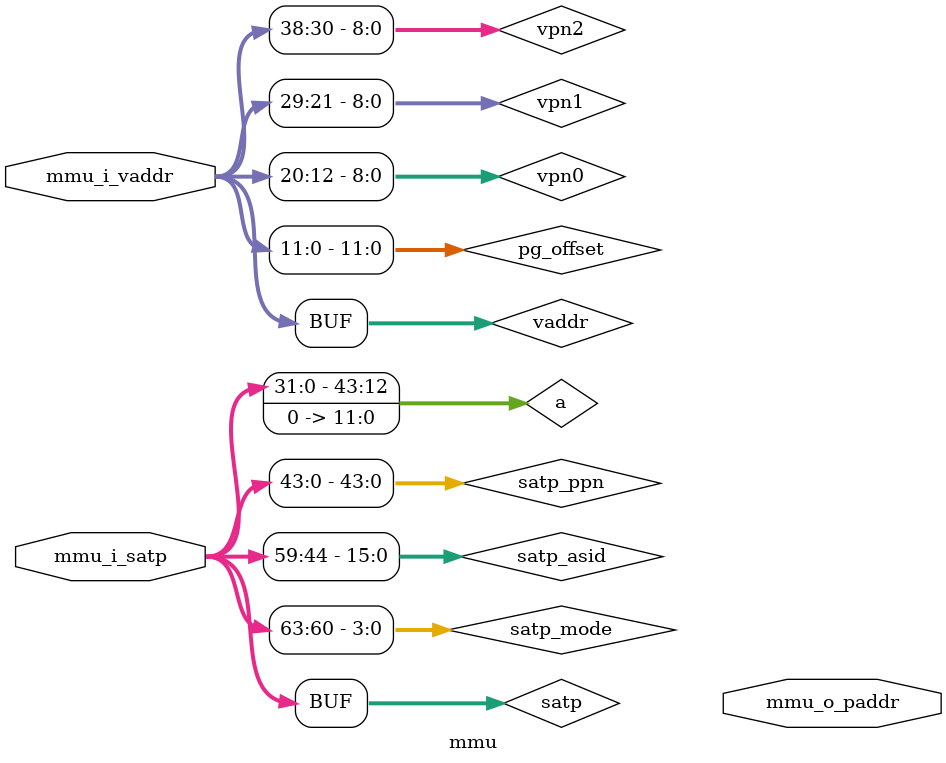
<source format=v>
module mmu(
    input  wire [63:0] mmu_i_vaddr,
    input  wire [63:0] mmu_i_satp,    // 来自satp寄存器的PPN
    output wire [63:0] mmu_o_paddr
);

wire [63:0] vaddr = mmu_i_vaddr;
wire [63:0] satp  = mmu_i_satp;
//虚拟地址
wire [11:0] pg_offset   = vaddr[11:0];
wire [8:0]  vpn0        = vaddr[20:12]; //8BIT
wire [8:0]  vpn1        = vaddr[29:21];
wire [8:0]  vpn2        = vaddr[38:30]; //第一级页表

wire [3:0]  satp_mode   = satp[63:60];
wire [15:0] satp_asid   = satp[59:44];
wire [43:0] satp_ppn    = satp[43: 0];

//satp_ppn是基址寄存器
wire [43:0]a  = satp_ppn << 12;

endmodule
</source>
